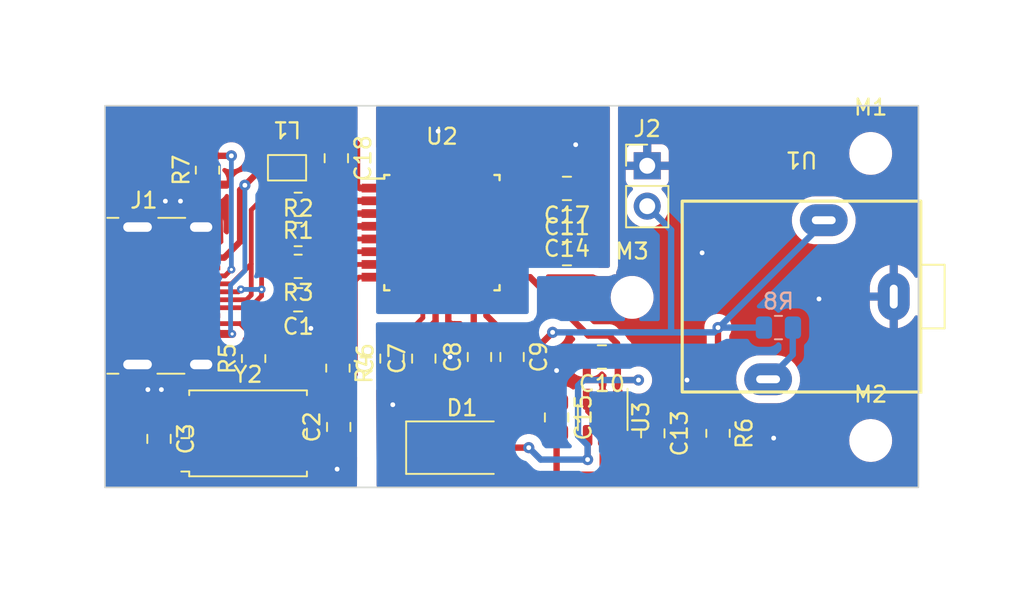
<source format=kicad_pcb>
(kicad_pcb (version 20241229) (generator "pcbnew") (generator_version "9.0")
  (layers (0 "F.Cu" signal) (2 "B.Cu" signal) (13 "F.Paste" user) (15 "B.Paste" user) (5 "F.SilkS" user "F.Silkscreen") (7 "B.SilkS" user "B.Silkscreen") (1 "F.Mask" user) (3 "B.Mask" user) (25 "Edge.Cuts" user))
  (net 0 "")
  (net 1 "Net-(U2-VDD)")
  (net 2 "GND")
  (net 3 "Net-(U2-XTI)")
  (net 4 "/XTO")
  (net 5 "Net-(U2-VCOM1)")
  (net 6 "Net-(U2-VCOM2)")
  (net 7 "Net-(U2-VCCA)")
  (net 8 "Net-(D1-A)")
  (net 9 "Net-(U2-VCCL)")
  (net 10 "Net-(U3-CAP-)")
  (net 11 "Net-(U3-CAP+)")
  (net 12 "Net-(U2-VCCR)")
  (net 13 "Net-(U2-MAMP)")
  (net 14 "Net-(U2-VBUS)")
  (net 15 "CAPOUT")
  (net 16 "VIN")
  (net 17 "Net-(U2-D-)")
  (net 18 "Net-(U2-D+)")
  (net 19 "GNDA")
  (net 26 "Net-(R8-Pad1)")
  (net 28 "GNDD")
  (net 29 "GND1")
  (net 30 "Net-(J1-VBUS-PadA4)")
  (net 31 "Net-(J1-D--PadA7)")
  (net 34 "Net-(J1-CC1)")
  (net 35 "Net-(J1-CC2)")
  (net 36 "/USBC_D+")
  (net 37 "Net-(U2-VIN)")
  (footprint "zvukovka_2:TQFP-32_7x7mm_P0.8mm_netTie" (layer "F.Cu") (at 118.54 88.78)
    (property "Reference" "U2" (at 0 -6.05 0) (layer "F.SilkS"))
    (property "Value" "PCM2912APJTR")
    (fp_poly (pts (xy -2.86 -2.92) (xy 2.88 -2.92) (xy 2.88 2.88) (xy -2.86 2.88)) (fill yes) (layer "F.Cu"))
    (fp_line (start -3.625 -3.625) (end -3.625 -3.4) (stroke (width 0.15)) (layer "F.SilkS"))
    (fp_line (start -3.625 -3.625) (end -3.3 -3.625) (stroke (width 0.15)) (layer "F.SilkS"))
    (fp_line (start -3.625 -3.4) (end -5.05 -3.4) (stroke (width 0.15)) (layer "F.SilkS"))
    (fp_line (start -3.625 3.625) (end -3.625 3.3) (stroke (width 0.15)) (layer "F.SilkS"))
    (fp_line (start -3.625 3.625) (end -3.3 3.625) (stroke (width 0.15)) (layer "F.SilkS"))
    (fp_line (start 3.625 -3.625) (end 3.3 -3.625) (stroke (width 0.15)) (layer "F.SilkS"))
    (fp_line (start 3.625 -3.625) (end 3.625 -3.3) (stroke (width 0.15)) (layer "F.SilkS"))
    (fp_line (start 3.625 3.625) (end 3.3 3.625) (stroke (width 0.15)) (layer "F.SilkS"))
    (fp_line (start 3.625 3.625) (end 3.625 3.3) (stroke (width 0.15)) (layer "F.SilkS"))
    (pad "1" smd rect (at -4.25 -2.8) (size 1.6 0.55) (layers "F.Cu" "F.Mask" "F.Paste") (net 29 "GND1"))
    (pad "1" smd rect (at -2.61 -2.67) (size 0.5 0.5) (layers "F.Cu") (net 29 "GND1"))
    (pad "2" smd rect (at -4.25 -2) (size 1.6 0.55) (layers "F.Cu" "F.Mask" "F.Paste") (net 14 "Net-(U2-VBUS)"))
    (pad "3" smd rect (at -4.25 -1.2) (size 1.6 0.55) (layers "F.Cu" "F.Mask" "F.Paste") (net 17 "Net-(U2-D-)"))
    (pad "4" smd rect (at -4.25 -0.4) (size 1.6 0.55) (layers "F.Cu" "F.Mask" "F.Paste") (net 18 "Net-(U2-D+)"))
    (pad "5" smd rect (at -4.25 0.4) (size 1.6 0.55) (layers "F.Cu" "F.Mask" "F.Paste") (net 1 "Net-(U2-VDD)"))
    (pad "6" smd rect (at -4.25 1.2) (size 1.6 0.55) (layers "F.Cu" "F.Mask" "F.Paste") (net 28 "GNDD"))
    (pad "6" smd rect (at -2.61 1.2) (size 0.5 0.5) (layers "F.Cu") (net 28 "GNDD"))
    (pad "7" smd rect (at -4.25 2) (size 1.6 0.55) (layers "F.Cu" "F.Mask" "F.Paste") (net 4 "/XTO"))
    (pad "8" smd rect (at -4.25 2.8) (size 1.6 0.55) (layers "F.Cu" "F.Mask" "F.Paste") (net 3 "Net-(U2-XTI)"))
    (pad "9" smd rect (at -2.8 4.25 90) (size 1.6 0.55) (layers "F.Cu" "F.Mask" "F.Paste"))
    (pad "10" smd rect (at -2 4.25 90) (size 1.6 0.55) (layers "F.Cu" "F.Mask" "F.Paste"))
    (pad "11" smd rect (at -1.2 4.25 90) (size 1.6 0.55) (layers "F.Cu" "F.Mask" "F.Paste") (net 5 "Net-(U2-VCOM1)"))
    (pad "12" smd rect (at -0.4 4.25 90) (size 1.6 0.55) (layers "F.Cu" "F.Mask" "F.Paste") (net 6 "Net-(U2-VCOM2)"))
    (pad "13" smd rect (at 0.4 2.63) (size 0.5 0.5) (layers "F.Cu") (net 19 "GNDA"))
    (pad "13" smd rect (at 0.4 4.25 90) (size 1.6 0.55) (layers "F.Cu" "F.Mask" "F.Paste") (net 19 "GNDA"))
    (pad "14" smd rect (at 1.2 4.25 90) (size 1.6 0.55) (layers "F.Cu" "F.Mask" "F.Paste"))
    (pad "15" smd rect (at 2 4.25 90) (size 1.6 0.55) (layers "F.Cu" "F.Mask" "F.Paste") (net 7 "Net-(U2-VCCA)"))
    (pad "16" smd rect (at 2.8 4.25 90) (size 1.6 0.55) (layers "F.Cu" "F.Mask" "F.Paste") (net 37 "Net-(U2-VIN)"))
    (pad "17" smd rect (at 4.25 2.8) (size 1.6 0.55) (layers "F.Cu" "F.Mask" "F.Paste") (net 8 "Net-(D1-A)"))
    (pad "18" smd rect (at 4.25 2) (size 1.6 0.55) (layers "F.Cu" "F.Mask" "F.Paste"))
    (pad "19" smd rect (at 4.25 1.2) (size 1.6 0.55) (layers "F.Cu" "F.Mask" "F.Paste") (net 9 "Net-(U2-VCCL)"))
    (pad "20" smd rect (at -1.2 -2.67) (size 0.5 0.5) (layers "F.Cu") (net 2 "GND"))
    (pad "20" smd rect (at 0.41 -2.67) (size 0.5 0.5) (layers "F.Cu") (net 2 "GND"))
    (pad "20" smd rect (at 2.63 -2.67) (size 0.5 0.5) (layers "F.Cu") (net 2 "GND"))
    (pad "20" smd rect (at 2.64 0.39) (size 0.5 0.5) (layers "F.Cu") (net 2 "GND"))
    (pad "20" smd rect (at 4.25 0.4) (size 1.6 0.55) (layers "F.Cu" "F.Mask" "F.Paste") (net 2 "GND"))
    (pad "21" smd rect (at 4.25 -0.4) (size 1.6 0.55) (layers "F.Cu" "F.Mask" "F.Paste") (net 12 "Net-(U2-VCCR)"))
    (pad "22" smd rect (at 4.25 -1.2) (size 1.6 0.55) (layers "F.Cu" "F.Mask" "F.Paste"))
    (pad "23" smd rect (at 4.25 -2) (size 1.6 0.55) (layers "F.Cu" "F.Mask" "F.Paste") (net 13 "Net-(U2-MAMP)"))
    (pad "24" smd rect (at 4.25 -2.8) (size 1.6 0.55) (layers "F.Cu" "F.Mask" "F.Paste") (net 2 "GND"))
    (pad "25" smd rect (at 2.8 -4.25 90) (size 1.6 0.55) (layers "F.Cu" "F.Mask" "F.Paste") (net 2 "GND"))
    (pad "26" smd rect (at 2 -4.25 90) (size 1.6 0.55) (layers "F.Cu" "F.Mask" "F.Paste") (net 13 "Net-(U2-MAMP)"))
    (pad "27" smd rect (at 1.2 -4.25 90) (size 1.6 0.55) (layers "F.Cu" "F.Mask" "F.Paste") (net 13 "Net-(U2-MAMP)"))
    (pad "28" smd rect (at 0.4 -4.25 90) (size 1.6 0.55) (layers "F.Cu" "F.Mask" "F.Paste") (net 2 "GND"))
    (pad "29" smd rect (at -0.4 -4.25 90) (size 1.6 0.55) (layers "F.Cu" "F.Mask" "F.Paste"))
    (pad "30" smd rect (at -1.2 -4.25 90) (size 1.6 0.55) (layers "F.Cu" "F.Mask" "F.Paste") (net 2 "GND"))
    (pad "31" smd rect (at -2 -4.25 90) (size 1.6 0.55) (layers "F.Cu" "F.Mask" "F.Paste"))
    (pad "32" smd rect (at -2.8 -4.25 90) (size 1.6 0.55) (layers "F.Cu" "F.Mask" "F.Paste"))
  )
  (footprint "Package_TO_SOT_SMD:SOT-23-6" (layer "F.Cu") (at 128.65 100.4 -90)
    (property "Reference" "U3" (at 0 -2.4 90) (layer "F.SilkS"))
    (property "Value" "LM2766")
    (fp_line (start 0 1.56) (end -0.8 1.56) (stroke (width 0.12)) (layer "F.SilkS"))
    (fp_line (start 0 1.56) (end 0.8 1.56) (stroke (width 0.12)) (layer "F.SilkS"))
    (fp_line (start 0 -1.56) (end -1.8 -1.56) (stroke (width 0.12)) (layer "F.SilkS"))
    (fp_line (start 0 -1.56) (end 0.8 -1.56) (stroke (width 0.12)) (layer "F.SilkS"))
    (pad "1" smd roundrect (at -1.1375 -0.95 270) (size 1.325 0.6) (layers "F.Cu" "F.Mask" "F.Paste") (net 8 "Net-(D1-A)"))
    (pad "2" smd roundrect (at -1.1375 0 270) (size 1.325 0.6) (layers "F.Cu" "F.Mask" "F.Paste") (net 19 "GNDA"))
    (pad "3" smd roundrect (at -1.1375 0.95 270) (size 1.325 0.6) (layers "F.Cu" "F.Mask" "F.Paste") (net 10 "Net-(U3-CAP-)"))
    (pad "4" smd roundrect (at 1.1375 0.95 270) (size 1.325 0.6) (layers "F.Cu" "F.Mask" "F.Paste") (net 8 "Net-(D1-A)"))
    (pad "5" smd roundrect (at 1.1375 0 270) (size 1.325 0.6) (layers "F.Cu" "F.Mask" "F.Paste") (net 15 "CAPOUT"))
    (pad "6" smd roundrect (at 1.1375 -0.95 270) (size 1.325 0.6) (layers "F.Cu" "F.Mask" "F.Paste") (net 11 "Net-(U3-CAP+)"))
  )
  (footprint "kikit:Tab" (layer "F.Cu") (at 113.8 105.05 90)
    (property "Reference" "REF**" (hide yes))
    (property "Value" "Tab")
  )
  (footprint "Connector_PinHeader_2.54mm:PinHeader_1x02_P2.54mm_Vertical" (layer "F.Cu") (at 131.45 84.575)
    (property "Reference" "J2" (at 0 -2.33 0) (layer "F.SilkS"))
    (property "Value" "Conn_01x02_Pin")
    (fp_line (start -1.33 -1.33) (end 0 -1.33) (stroke (width 0.12)) (layer "F.SilkS"))
    (fp_line (start -1.33 0) (end -1.33 -1.33) (stroke (width 0.12)) (layer "F.SilkS"))
    (fp_line (start -1.33 1.27) (end -1.33 3.87) (stroke (width 0.12)) (layer "F.SilkS"))
    (fp_line (start -1.33 1.27) (end 1.33 1.27) (stroke (width 0.12)) (layer "F.SilkS"))
    (fp_line (start -1.33 3.87) (end 1.33 3.87) (stroke (width 0.12)) (layer "F.SilkS"))
    (fp_line (start 1.33 1.27) (end 1.33 3.87) (stroke (width 0.12)) (layer "F.SilkS"))
    (pad "1" thru_hole rect (at 0 0) (size 1.7 1.7) (drill 1) (layers "*.Cu" "*.Mask") (net 19 "GNDA"))
    (pad "2" thru_hole oval (at 0 2.54) (size 1.7 1.7) (drill 1) (layers "*.Cu" "*.Mask") (net 16 "VIN"))
  )
  (footprint "Capacitor_SMD:C_0805_2012Metric" (layer "F.Cu") (at 131.8 101.4 -90)
    (property "Reference" "C13" (at 0 -1.68 90) (layer "F.SilkS"))
    (property "Value" "3.3u")
    (fp_line (start -0.261252 0.735) (end 0.261252 0.735) (stroke (width 0.12)) (layer "F.SilkS"))
    (fp_line (start -0.261252 -0.735) (end 0.261252 -0.735) (stroke (width 0.12)) (layer "F.SilkS"))
    (pad "1" smd roundrect (at -0.95 0 270) (size 1 1.45) (layers "F.Cu" "F.Mask" "F.Paste") (net 10 "Net-(U3-CAP-)"))
    (pad "2" smd roundrect (at 0.95 0 270) (size 1 1.45) (layers "F.Cu" "F.Mask" "F.Paste") (net 11 "Net-(U3-CAP+)"))
  )
  (footprint "Capacitor_SMD:C_0805_2012Metric" (layer "F.Cu") (at 109.5 93 180)
    (property "Reference" "C1" (at 0 -1.68 0) (layer "F.SilkS"))
    (property "Value" "1u")
    (fp_line (start -0.261252 0.735) (end 0.261252 0.735) (stroke (width 0.12)) (layer "F.SilkS"))
    (fp_line (start -0.261252 -0.735) (end 0.261252 -0.735) (stroke (width 0.12)) (layer "F.SilkS"))
    (pad "1" smd roundrect (at -0.95 0 180) (size 1 1.45) (layers "F.Cu" "F.Mask" "F.Paste") (net 1 "Net-(U2-VDD)"))
    (pad "2" smd roundrect (at 0.95 0 180) (size 1 1.45) (layers "F.Cu" "F.Mask" "F.Paste") (net 28 "GNDD"))
  )
  (footprint "MountingHole:MountingHole_2.2mm_M2_DIN965" (layer "F.Cu") (at 130.5 92.85)
    (property "Reference" "M3" (at 0 -2.9 0) (layer "F.SilkS"))
    (property "Value" "MountingHole_2.2mm_M2_DIN965" (hide yes))
    (pad "" np_thru_hole circle (at 0 0) (size 2.2 2.2) (drill 2.2) (layers "*.Cu" "*.Mask"))
  )
  (footprint "Diode_SMD:D_SMA" (layer "F.Cu") (at 119.8 102.3)
    (property "Reference" "D1" (at 0 -2.5 0) (layer "F.SilkS"))
    (property "Value" "D_Schottky")
    (fp_line (start -3.51 -1.65) (end -3.51 1.65) (stroke (width 0.12)) (layer "F.SilkS"))
    (fp_line (start -3.51 -1.65) (end 2 -1.65) (stroke (width 0.12)) (layer "F.SilkS"))
    (fp_line (start -3.51 1.65) (end 2 1.65) (stroke (width 0.12)) (layer "F.SilkS"))
    (pad "1" smd roundrect (at -2 0) (size 2.5 1.8) (layers "F.Cu" "F.Mask" "F.Paste") (roundrect_rratio 0.1388888889) (net 15 "CAPOUT"))
    (pad "2" smd roundrect (at 2 0) (size 2.5 1.8) (layers "F.Cu" "F.Mask" "F.Paste") (roundrect_rratio 0.1388888889) (net 8 "Net-(D1-A)"))
  )
  (footprint "Resistor_SMD:R_0805_2012Metric" (layer "F.Cu") (at 103.8 84.85 90)
    (property "Reference" "R7" (at 0 -1.65 90) (layer "F.SilkS"))
    (property "Value" "5k1")
    (fp_line (start -0.227064 -0.735) (end 0.227064 -0.735) (stroke (width 0.12)) (layer "F.SilkS"))
    (fp_line (start -0.227064 0.735) (end 0.227064 0.735) (stroke (width 0.12)) (layer "F.SilkS"))
    (pad "1" smd roundrect (at -0.9125 0 90) (size 1.025 1.4) (layers "F.Cu" "F.Mask" "F.Paste") (roundrect_rratio 0.243902439) (net 28 "GNDD"))
    (pad "2" smd roundrect (at 0.9125 0 90) (size 1.025 1.4) (layers "F.Cu" "F.Mask" "F.Paste") (roundrect_rratio 0.243902439) (net 34 "Net-(J1-CC1)"))
  )
  (footprint "Capacitor_SMD:C_0805_2012Metric" (layer "F.Cu") (at 112.05 101 90)
    (property "Reference" "C2" (at 0 -1.68 90) (layer "F.SilkS"))
    (property "Value" "22p")
    (fp_line (start -0.261252 -0.735) (end 0.261252 -0.735) (stroke (width 0.12)) (layer "F.SilkS"))
    (fp_line (start -0.261252 0.735) (end 0.261252 0.735) (stroke (width 0.12)) (layer "F.SilkS"))
    (pad "1" smd roundrect (at -0.95 0 90) (size 1 1.45) (layers "F.Cu" "F.Mask" "F.Paste") (net 28 "GNDD"))
    (pad "2" smd roundrect (at 0.95 0 90) (size 1 1.45) (layers "F.Cu" "F.Mask" "F.Paste") (net 3 "Net-(U2-XTI)"))
  )
  (footprint "kikit:Tab" (layer "F.Cu") (at 148.75 102.05 180)
    (property "Reference" "REF**" (hide yes))
    (property "Value" "Tab")
  )
  (footprint "Resistor_SMD:R_0805_2012Metric" (layer "F.Cu") (at 109.5 90.9 180)
    (property "Reference" "R3" (at 0 -1.65 0) (layer "F.SilkS"))
    (property "Value" "1.5k")
    (fp_line (start -0.227064 0.735) (end 0.227064 0.735) (stroke (width 0.12)) (layer "F.SilkS"))
    (fp_line (start -0.227064 -0.735) (end 0.227064 -0.735) (stroke (width 0.12)) (layer "F.SilkS"))
    (pad "1" smd roundrect (at -0.9125 0 180) (size 1.025 1.4) (layers "F.Cu" "F.Mask" "F.Paste") (roundrect_rratio 0.243902439) (net 1 "Net-(U2-VDD)"))
    (pad "2" smd roundrect (at 0.9125 0 180) (size 1.025 1.4) (layers "F.Cu" "F.Mask" "F.Paste") (roundrect_rratio 0.243902439) (net 36 "/USBC_D+"))
  )
  (footprint "Capacitor_SMD:C_0805_2012Metric" (layer "F.Cu") (at 126.4 86 180)
    (property "Reference" "C17" (at 0 -1.68 0) (layer "F.SilkS"))
    (property "Value" "1u")
    (fp_line (start -0.261252 0.735) (end 0.261252 0.735) (stroke (width 0.12)) (layer "F.SilkS"))
    (fp_line (start -0.261252 -0.735) (end 0.261252 -0.735) (stroke (width 0.12)) (layer "F.SilkS"))
    (pad "1" smd roundrect (at -0.95 0 180) (size 1 1.45) (layers "F.Cu" "F.Mask" "F.Paste") (net 2 "GND"))
    (pad "2" smd roundrect (at 0.95 0 180) (size 1 1.45) (layers "F.Cu" "F.Mask" "F.Paste") (net 13 "Net-(U2-MAMP)"))
  )
  (footprint "Capacitor_SMD:C_0805_2012Metric" (layer "F.Cu") (at 120.9 96.6 90)
    (property "Reference" "C8" (at 0 -1.68 90) (layer "F.SilkS"))
    (property "Value" "1u")
    (fp_line (start -0.261252 -0.735) (end 0.261252 -0.735) (stroke (width 0.12)) (layer "F.SilkS"))
    (fp_line (start -0.261252 0.735) (end 0.261252 0.735) (stroke (width 0.12)) (layer "F.SilkS"))
    (pad "1" smd roundrect (at -0.95 0 90) (size 1 1.45) (layers "F.Cu" "F.Mask" "F.Paste") (net 19 "GNDA"))
    (pad "2" smd roundrect (at 0.95 0 90) (size 1 1.45) (layers "F.Cu" "F.Mask" "F.Paste") (net 7 "Net-(U2-VCCA)"))
  )
  (footprint "kikit:Tab" (layer "F.Cu") (at 97.1 83.7)
    (property "Reference" "REF**" (hide yes))
    (property "Value" "Tab")
  )
  (footprint "Resistor_SMD:R_0805_2012Metric" (layer "F.Cu") (at 109.5 88.9)
    (property "Reference" "R2" (at 0 -1.65 0) (layer "F.SilkS"))
    (property "Value" "33")
    (fp_line (start -0.227064 -0.735) (end 0.227064 -0.735) (stroke (width 0.12)) (layer "F.SilkS"))
    (fp_line (start -0.227064 0.735) (end 0.227064 0.735) (stroke (width 0.12)) (layer "F.SilkS"))
    (pad "1" smd roundrect (at -0.9125 0) (size 1.025 1.4) (layers "F.Cu" "F.Mask" "F.Paste") (roundrect_rratio 0.243902439) (net 36 "/USBC_D+"))
    (pad "2" smd roundrect (at 0.9125 0) (size 1.025 1.4) (layers "F.Cu" "F.Mask" "F.Paste") (roundrect_rratio 0.243902439) (net 18 "Net-(U2-D+)"))
  )
  (footprint "Capacitor_SMD:C_0805_2012Metric" (layer "F.Cu") (at 126.4 88.1 180)
    (property "Reference" "C14" (at 0 -1.68 0) (layer "F.SilkS"))
    (property "Value" "1u")
    (fp_line (start -0.261252 0.735) (end 0.261252 0.735) (stroke (width 0.12)) (layer "F.SilkS"))
    (fp_line (start -0.261252 -0.735) (end 0.261252 -0.735) (stroke (width 0.12)) (layer "F.SilkS"))
    (pad "1" smd roundrect (at -0.95 0 180) (size 1 1.45) (layers "F.Cu" "F.Mask" "F.Paste") (net 2 "GND"))
    (pad "2" smd roundrect (at 0.95 0 180) (size 1 1.45) (layers "F.Cu" "F.Mask" "F.Paste") (net 12 "Net-(U2-VCCR)"))
  )
  (footprint "Capacitor_SMD:C_0805_2012Metric" (layer "F.Cu") (at 115.4 96.7 90)
    (property "Reference" "C6" (at 0 -1.68 90) (layer "F.SilkS"))
    (property "Value" "3.3u")
    (fp_line (start -0.261252 -0.735) (end 0.261252 -0.735) (stroke (width 0.12)) (layer "F.SilkS"))
    (fp_line (start -0.261252 0.735) (end 0.261252 0.735) (stroke (width 0.12)) (layer "F.SilkS"))
    (pad "1" smd roundrect (at -0.95 0 90) (size 1 1.45) (layers "F.Cu" "F.Mask" "F.Paste") (net 19 "GNDA"))
    (pad "2" smd roundrect (at 0.95 0 90) (size 1 1.45) (layers "F.Cu" "F.Mask" "F.Paste") (net 5 "Net-(U2-VCOM1)"))
  )
  (footprint "Resistor_SMD:R_0805_2012Metric" (layer "F.Cu") (at 112 97.3 -90)
    (property "Reference" "R4" (at 0 -1.65 90) (layer "F.SilkS"))
    (property "Value" "1M")
    (fp_line (start -0.227064 0.735) (end 0.227064 0.735) (stroke (width 0.12)) (layer "F.SilkS"))
    (fp_line (start -0.227064 -0.735) (end 0.227064 -0.735) (stroke (width 0.12)) (layer "F.SilkS"))
    (pad "1" smd roundrect (at -0.9125 0 270) (size 1.025 1.4) (layers "F.Cu" "F.Mask" "F.Paste") (roundrect_rratio 0.243902439) (net 4 "/XTO"))
    (pad "2" smd roundrect (at 0.9125 0 270) (size 1.025 1.4) (layers "F.Cu" "F.Mask" "F.Paste") (roundrect_rratio 0.243902439) (net 3 "Net-(U2-XTI)"))
  )
  (footprint "zvukovka:SRP2012TMA" (layer "F.Cu") (at 108.8 84.7 180)
    (property "Reference" "L1" (at 0 2.4 180) (layer "F.SilkS"))
    (property "Value" "1u")
    (fp_rect (start -1.2 -0.8) (end 1.2 0.8) (stroke (width 0.12)) (fill no) (layer "F.SilkS"))
    (pad "1" smd rect (at -0.8 0 180) (size 1 1.9) (layers "F.Cu" "F.Mask" "F.Paste") (net 14 "Net-(U2-VBUS)"))
    (pad "2" smd rect (at 0.8 0) (size 1 1.9) (layers "F.Cu" "F.Mask" "F.Paste") (net 30 "Net-(J1-VBUS-PadA4)"))
  )
  (footprint "Capacitor_SMD:C_0805_2012Metric" (layer "F.Cu") (at 122.95 96.6 -90)
    (property "Reference" "C9" (at 0 -1.68 90) (layer "F.SilkS"))
    (property "Value" "0.47u")
    (fp_line (start -0.261252 0.735) (end 0.261252 0.735) (stroke (width 0.12)) (layer "F.SilkS"))
    (fp_line (start -0.261252 -0.735) (end 0.261252 -0.735) (stroke (width 0.12)) (layer "F.SilkS"))
    (pad "1" smd roundrect (at -0.95 0 270) (size 1 1.45) (layers "F.Cu" "F.Mask" "F.Paste") (net 37 "Net-(U2-VIN)"))
    (pad "2" smd roundrect (at 0.95 0 270) (size 1 1.45) (layers "F.Cu" "F.Mask" "F.Paste") (net 16 "VIN"))
  )
  (footprint "Capacitor_SMD:C_0805_2012Metric" (layer "F.Cu") (at 126.4 90.1)
    (property "Reference" "C11" (at 0 -1.68 0) (layer "F.SilkS"))
    (property "Value" "1u")
    (fp_line (start -0.261252 -0.735) (end 0.261252 -0.735) (stroke (width 0.12)) (layer "F.SilkS"))
    (fp_line (start -0.261252 0.735) (end 0.261252 0.735) (stroke (width 0.12)) (layer "F.SilkS"))
    (pad "1" smd roundrect (at -0.95 0) (size 1 1.45) (layers "F.Cu" "F.Mask" "F.Paste") (net 9 "Net-(U2-VCCL)"))
    (pad "2" smd roundrect (at 0.95 0) (size 1 1.45) (layers "F.Cu" "F.Mask" "F.Paste") (net 2 "GND"))
  )
  (footprint "zvukovka_2:Conn_USB_C_Socket_Molex_2171790001" (layer "F.Cu") (at 104 92.75 -90)
    (property "Reference" "J1" (at -6 4.2 0) (layer "F.SilkS"))
    (property "Value" "USB_C_Receptacle_USB2.0")
    (fp_line (start -4.9 6.5) (end -4.9 5.8) (stroke (width 0.12)) (layer "F.SilkS"))
    (fp_line (start 4.9 6.5) (end 4.9 5.8) (stroke (width 0.12)) (layer "F.SilkS"))
    (fp_line (start 4.9 1.65) (end 4.9 3.35) (stroke (width 0.12)) (layer "F.SilkS"))
    (fp_line (start -4.9 1.6) (end -4.9 3.3) (stroke (width 0.12)) (layer "F.SilkS"))
    (pad "A1" smd rect (at -3.2 0 270) (size 0.6 1.2) (layers "F.Cu" "F.Mask" "F.Paste") (net 28 "GNDD"))
    (pad "A1" smd rect (at 3.2 0 270) (size 0.6 1.2) (layers "F.Cu" "F.Mask" "F.Paste") (net 28 "GNDD"))
    (pad "A4" smd rect (at -2.4 0 270) (size 0.6 1.2) (layers "F.Cu" "F.Mask" "F.Paste") (net 30 "Net-(J1-VBUS-PadA4)"))
    (pad "A4" smd rect (at 2.4 0 270) (size 0.6 1.2) (layers "F.Cu" "F.Mask" "F.Paste") (net 30 "Net-(J1-VBUS-PadA4)"))
    (pad "A5" smd rect (at -1.25 0 270) (size 0.3 1.2) (layers "F.Cu" "F.Mask" "F.Paste") (net 34 "Net-(J1-CC1)"))
    (pad "A6" smd rect (at -0.25 0 270) (size 0.3 1.2) (layers "F.Cu" "F.Mask" "F.Paste") (net 36 "/USBC_D+"))
    (pad "A7" smd rect (at 0.25 0 270) (size 0.3 1.2) (layers "F.Cu" "F.Mask" "F.Paste") (net 31 "Net-(J1-D--PadA7)"))
    (pad "A8" smd rect (at 1.25 0 270) (size 0.3 1.2) (layers "F.Cu" "F.Mask" "F.Paste"))
    (pad "B5" smd rect (at 1.75 0 270) (size 0.3 1.2) (layers "F.Cu" "F.Mask" "F.Paste") (net 35 "Net-(J1-CC2)"))
    (pad "B6" smd rect (at 0.75 0 270) (size 0.3 1.2) (layers "F.Cu" "F.Mask" "F.Paste") (net 36 "/USBC_D+"))
    (pad "B7" smd rect (at -0.75 0 270) (size 0.3 1.2) (layers "F.Cu" "F.Mask" "F.Paste") (net 31 "Net-(J1-D--PadA7)"))
    (pad "B8" smd rect (at -1.75 0 270) (size 0.3 1.2) (layers "F.Cu" "F.Mask" "F.Paste"))
    (pad "S1" thru_hole roundrect (at -4.32 0.6 270) (size 1 1.8) (drill oval 0.6 1.4) (layers "*.Cu" "*.Mask" "F.Paste") (net 28 "GNDD"))
    (pad "S1" thru_hole roundrect (at -4.32 4.6 270) (size 1 2.2) (drill oval 0.6 1.8) (layers "*.Cu" "*.Mask" "F.Paste") (net 28 "GNDD"))
    (pad "S1" thru_hole roundrect (at 4.32 0.6 270) (size 1 1.8) (drill oval 0.6 1.4) (layers "*.Cu" "*.Mask" "F.Paste") (net 28 "GNDD"))
    (pad "S1" thru_hole roundrect (at 4.32 4.6 270) (size 1 2.2) (drill oval 0.6 1.8) (layers "*.Cu" "*.Mask" "F.Paste") (net 28 "GNDD"))
  )
  (footprint "Capacitor_SMD:C_0805_2012Metric" (layer "F.Cu") (at 125.75 100.4 -90)
    (property "Reference" "C15" (at 0 -1.68 90) (layer "F.SilkS"))
    (property "Value" "3.3u")
    (fp_line (start -0.261252 0.735) (end 0.261252 0.735) (stroke (width 0.12)) (layer "F.SilkS"))
    (fp_line (start -0.261252 -0.735) (end 0.261252 -0.735) (stroke (width 0.12)) (layer "F.SilkS"))
    (pad "1" smd roundrect (at -0.95 0 270) (size 1 1.45) (layers "F.Cu" "F.Mask" "F.Paste") (net 19 "GNDA"))
    (pad "2" smd roundrect (at 0.95 0 270) (size 1 1.45) (layers "F.Cu" "F.Mask" "F.Paste") (net 15 "CAPOUT"))
  )
  (footprint "kikit:Tab" (layer "F.Cu") (at 139.45 80.5 -90)
    (property "Reference" "REF**" (hide yes))
    (property "Value" "Tab")
  )
  (footprint "Capacitor_SMD:C_0805_2012Metric" (layer "F.Cu") (at 128.6 96.6 180)
    (property "Reference" "C10" (at 0 -1.68 0) (layer "F.SilkS"))
    (property "Value" "3.3u")
    (fp_line (start -0.261252 0.735) (end 0.261252 0.735) (stroke (width 0.12)) (layer "F.SilkS"))
    (fp_line (start -0.261252 -0.735) (end 0.261252 -0.735) (stroke (width 0.12)) (layer "F.SilkS"))
    (pad "1" smd roundrect (at -0.95 0 180) (size 1 1.45) (layers "F.Cu" "F.Mask" "F.Paste") (net 8 "Net-(D1-A)"))
    (pad "2" smd roundrect (at 0.95 0 180) (size 1 1.45) (layers "F.Cu" "F.Mask" "F.Paste") (net 19 "GNDA"))
  )
  (footprint "Crystal:Crystal_SMD_7050-4Pin_7.0x5.0mm" (layer "F.Cu") (at 106.35 101.4)
    (property "Reference" "Y2" (at 0 -3.7 0) (layer "F.SilkS"))
    (property "Value" "Crystal_GND24")
    (fp_line (start -4.2 0.3) (end -3.7 0.3) (stroke (width 0.12)) (layer "F.SilkS"))
    (fp_line (start -4.2 2.4) (end -3.7 2.4) (stroke (width 0.12)) (layer "F.SilkS"))
    (fp_line (start -3.7 -2.7) (end 3.7 -2.7) (stroke (width 0.12)) (layer "F.SilkS"))
    (fp_line (start -3.7 -2.4) (end -3.7 -2.7) (stroke (width 0.12)) (layer "F.SilkS"))
    (fp_line (start -3.7 0.3) (end -3.7 -0.3) (stroke (width 0.12)) (layer "F.SilkS"))
    (fp_line (start -3.7 2.4) (end -3.7 2.7) (stroke (width 0.12)) (layer "F.SilkS"))
    (fp_line (start -3.7 2.7) (end 3.7 2.7) (stroke (width 0.12)) (layer "F.SilkS"))
    (fp_line (start 3.7 -2.7) (end 3.7 -2.4) (stroke (width 0.12)) (layer "F.SilkS"))
    (fp_line (start 3.7 -0.3) (end 3.7 0.3) (stroke (width 0.12)) (layer "F.SilkS"))
    (fp_line (start 3.7 2.7) (end 3.7 2.4) (stroke (width 0.12)) (layer "F.SilkS"))
    (pad "1" smd rect (at -2.95 1.35) (size 2.1 1.7) (layers "F.Cu" "F.Mask" "F.Paste") (net 4 "/XTO"))
    (pad "2" smd rect (at 2.95 1.35) (size 2.1 1.7) (layers "F.Cu" "F.Mask" "F.Paste") (net 28 "GNDD"))
    (pad "3" smd rect (at 2.95 -1.35) (size 2.1 1.7) (layers "F.Cu" "F.Mask" "F.Paste") (net 3 "Net-(U2-XTI)"))
    (pad "4" smd rect (at -2.95 -1.35) (size 2.1 1.7) (layers "F.Cu" "F.Mask" "F.Paste") (net 28 "GNDD"))
  )
  (footprint "MountingHole:MountingHole_2.2mm_M2_DIN965" (layer "F.Cu") (at 145.5 83.8)
    (property "Reference" "M1" (at 0 -2.9 0) (layer "F.SilkS"))
    (property "Value" "MountingHole_2.2mm_M2_DIN965" (hide yes))
    (pad "" np_thru_hole circle (at 0 0) (size 2.2 2.2) (drill 2.2) (layers "*.Cu" "*.Mask"))
  )
  (footprint "kikit:Tab" (layer "F.Cu") (at 139.5 105.1 90)
    (property "Reference" "REF**" (hide yes))
    (property "Value" "Tab")
  )
  (footprint "MountingHole:MountingHole_2.2mm_M2_DIN965" (layer "F.Cu") (at 145.5 101.85)
    (property "Reference" "M2" (at 0 -2.9 0) (layer "F.SilkS"))
    (property "Value" "MountingHole_2.2mm_M2_DIN965" (hide yes))
    (pad "" np_thru_hole circle (at 0 0) (size 2.2 2.2) (drill 2.2) (layers "*.Cu" "*.Mask"))
  )
  (footprint "kikit:Tab" (layer "F.Cu") (at 113.75 80.5 -90)
    (property "Reference" "REF**" (hide yes))
    (property "Value" "Tab")
  )
  (footprint "Capacitor_SMD:C_0805_2012Metric" (layer "F.Cu") (at 117.4 96.7 90)
    (property "Reference" "C7" (at 0 -1.68 90) (layer "F.SilkS"))
    (property "Value" "100n")
    (fp_line (start -0.261252 -0.735) (end 0.261252 -0.735) (stroke (width 0.12)) (layer "F.SilkS"))
    (fp_line (start -0.261252 0.735) (end 0.261252 0.735) (stroke (width 0.12)) (layer "F.SilkS"))
    (pad "1" smd roundrect (at -0.95 0 90) (size 1 1.45) (layers "F.Cu" "F.Mask" "F.Paste") (net 19 "GNDA"))
    (pad "2" smd roundrect (at 0.95 0 90) (size 1 1.45) (layers "F.Cu" "F.Mask" "F.Paste") (net 6 "Net-(U2-VCOM2)"))
  )
  (footprint "Capacitor_SMD:C_0805_2012Metric" (layer "F.Cu") (at 100.75 101.75 -90)
    (property "Reference" "C3" (at 0 -1.68 90) (layer "F.SilkS"))
    (property "Value" "22p")
    (fp_line (start -0.261252 0.735) (end 0.261252 0.735) (stroke (width 0.12)) (layer "F.SilkS"))
    (fp_line (start -0.261252 -0.735) (end 0.261252 -0.735) (stroke (width 0.12)) (layer "F.SilkS"))
    (pad "1" smd roundrect (at -0.95 0 270) (size 1 1.45) (layers "F.Cu" "F.Mask" "F.Paste") (net 28 "GNDD"))
    (pad "2" smd roundrect (at 0.95 0 270) (size 1 1.45) (layers "F.Cu" "F.Mask" "F.Paste") (net 4 "/XTO"))
  )
  (footprint "kikit:Tab" (layer "F.Cu") (at 97.1 102.05)
    (property "Reference" "REF**" (hide yes))
    (property "Value" "Tab")
  )
  (footprint "Resistor_SMD:R_0805_2012Metric" (layer "F.Cu") (at 106.7 96.7 90)
    (property "Reference" "R5" (at 0 -1.65 90) (layer "F.SilkS"))
    (property "Value" "5k1")
    (fp_line (start -0.227064 -0.735) (end 0.227064 -0.735) (stroke (width 0.12)) (layer "F.SilkS"))
    (fp_line (start -0.227064 0.735) (end 0.227064 0.735) (stroke (width 0.12)) (layer "F.SilkS"))
    (pad "1" smd roundrect (at -0.9125 0 90) (size 1.025 1.4) (layers "F.Cu" "F.Mask" "F.Paste") (roundrect_rratio 0.243902439) (net 28 "GNDD"))
    (pad "2" smd roundrect (at 0.9125 0 90) (size 1.025 1.4) (layers "F.Cu" "F.Mask" "F.Paste") (roundrect_rratio 0.243902439) (net 35 "Net-(J1-CC2)"))
  )
  (footprint "Resistor_SMD:R_0805_2012Metric" (layer "F.Cu") (at 109.5 87 180)
    (property "Reference" "R1" (at 0 -1.65 0) (layer "F.SilkS"))
    (property "Value" "33")
    (fp_line (start -0.227064 0.735) (end 0.227064 0.735) (stroke (width 0.12)) (layer "F.SilkS"))
    (fp_line (start -0.227064 -0.735) (end 0.227064 -0.735) (stroke (width 0.12)) (layer "F.SilkS"))
    (pad "1" smd roundrect (at -0.9125 0 180) (size 1.025 1.4) (layers "F.Cu" "F.Mask" "F.Paste") (roundrect_rratio 0.243902439) (net 17 "Net-(U2-D-)"))
    (pad "2" smd roundrect (at 0.9125 0 180) (size 1.025 1.4) (layers "F.Cu" "F.Mask" "F.Paste") (roundrect_rratio 0.243902439) (net 31 "Net-(J1-D--PadA7)"))
  )
  (footprint "zvukovka_2:K3612A" (layer "F.Cu") (at 141.15 92.8 180)
    (property "Reference" "U1" (at 0 8.6 180) (layer "F.SilkS"))
    (property "Value" "AudioJackShare" (hide yes))
    (fp_line (start -7.5 -2) (end -9 -2) (stroke (width 0.12)) (layer "F.SilkS"))
    (fp_line (start -9 2) (end -7.6 2) (stroke (width 0.12)) (layer "F.SilkS"))
    (fp_line (start -9 -2) (end -9 2) (stroke (width 0.12)) (layer "F.SilkS"))
    (fp_rect (start -7.5 -6) (end 7.5 6) (stroke (width 0.2)) (fill no) (layer "F.SilkS"))
    (pad "1" thru_hole oval (at -5.8 0 180) (size 2 3) (drill oval 0.5 1.5) (layers "*.Cu" "*.Mask") (net 19 "GNDA"))
    (pad "2" thru_hole oval (at -1.4 4.8 270) (size 2 3) (drill oval 0.5 1.5) (layers "*.Cu" "*.Mask") (net 16 "VIN"))
    (pad "3" thru_hole oval (at 2.1 -5.2 270) (size 2 3) (drill oval 0.5 1.5) (layers "*.Cu" "*.Mask") (net 26 "Net-(R8-Pad1)"))
  )
  (footprint "kikit:Tab" (layer "F.Cu") (at 148.8 83.7 180)
    (property "Reference" "REF**" (hide yes))
    (property "Value" "Tab")
  )
  (footprint "Capacitor_SMD:C_0805_2012Metric" (layer "F.Cu") (at 111.9 84.1 -90)
    (property "Reference" "C18" (at 0 -1.68 90) (layer "F.SilkS"))
    (property "Value" "1u")
    (fp_line (start -0.261252 0.735) (end 0.261252 0.735) (stroke (width 0.12)) (layer "F.SilkS"))
    (fp_line (start -0.261252 -0.735) (end 0.261252 -0.735) (stroke (width 0.12)) (layer "F.SilkS"))
    (pad "1" smd roundrect (at -0.95 0 270) (size 1 1.45) (layers "F.Cu" "F.Mask" "F.Paste") (net 29 "GND1"))
    (pad "2" smd roundrect (at 0.95 0 270) (size 1 1.45) (layers "F.Cu" "F.Mask" "F.Paste") (net 14 "Net-(U2-VBUS)"))
  )
  (footprint "Resistor_SMD:R_0805_2012Metric" (layer "F.Cu") (at 135.9 101.4 -90)
    (property "Reference" "R6" (at 0 -1.65 90) (layer "F.SilkS"))
    (property "Value" "5k")
    (fp_line (start -0.227064 0.735) (end 0.227064 0.735) (stroke (width 0.12)) (layer "F.SilkS"))
    (fp_line (start -0.227064 -0.735) (end 0.227064 -0.735) (stroke (width 0.12)) (layer "F.SilkS"))
    (pad "1" smd roundrect (at -0.9125 0 270) (size 1.025 1.4) (layers "F.Cu" "F.Mask" "F.Paste") (roundrect_rratio 0.243902439) (net 16 "VIN"))
    (pad "2" smd roundrect (at 0.9125 0 270) (size 1.025 1.4) (layers "F.Cu" "F.Mask" "F.Paste") (roundrect_rratio 0.243902439) (net 15 "CAPOUT"))
  )
  (footprint "Resistor_SMD:R_0805_2012Metric" (layer "B.Cu") (at 139.7 94.75 180)
    (property "Reference" "R8" (at 0 1.65 0) (layer "B.SilkS") (effects (justify mirror)))
    (property "Value" "R")
    (fp_line (start -0.227064 0.735) (end 0.227064 0.735) (stroke (width 0.12)) (layer "B.SilkS"))
    (fp_line (start -0.227064 -0.735) (end 0.227064 -0.735) (stroke (width 0.12)) (layer "B.SilkS"))
    (pad "1" smd roundrect (at -0.9125 0 180) (size 1.025 1.4) (layers "B.Cu" "B.Mask" "B.Paste") (roundrect_rratio 0.243902) (net 26 "Net-(R8-Pad1)"))
    (pad "2" smd roundrect (at 0.9125 0 180) (size 1.025 1.4) (layers "B.Cu" "B.Mask" "B.Paste") (roundrect_rratio 0.243902) (net 16 "VIN"))
  )
  (gr_rect (start 97.35 80.8) (end 148.5 104.8) (stroke (width 0.1)) (fill no) (layer "Edge.Cuts"))
  (segment (start 110.45 90.9375) (end 110.4125 90.9) (width 0.3) (layer "F.Cu") (net 1))
  (segment (start 112.62 89.18) (end 114.29 89.18) (width 0.3) (layer "F.Cu") (net 1))
  (segment (start 110.45 93) (end 110.45 90.9375) (width 0.3) (layer "F.Cu") (net 1))
  (segment (start 110.4125 90.9) (end 110.9 90.9) (width 0.3) (layer "F.Cu") (net 1))
  (segment (start 110.9 90.9) (end 112.62 89.18) (width 0.3) (layer "F.Cu") (net 1))
  (segment (start 121.19 89.18) (end 121.18 89.17) (width 0.3) (layer "F.Cu") (net 2))
  (segment (start 118.95 86.11) (end 118.95 84.54) (width 0.3) (layer "F.Cu") (net 2))
  (segment (start 118.94 84.53) (end 118.94 83.04) (width 0.4) (layer "F.Cu") (net 2))
  (segment (start 121.17 86.11) (end 121.17 85.78) (width 0.3) (layer "F.Cu") (net 2))
  (segment (start 121.17 85.78) (end 121.34 85.61) (width 0.3) (layer "F.Cu") (net 2))
  (segment (start 118.95 84.54) (end 118.94 84.53) (width 0.3) (layer "F.Cu") (net 2))
  (segment (start 122.79 85.98) (end 121.82 85.98) (width 0.3) (layer "F.Cu") (net 2))
  (segment (start 121.69 86.11) (end 121.17 86.11) (width 0.3) (layer "F.Cu") (net 2))
  (segment (start 122.79 89.18) (end 121.19 89.18) (width 0.3) (layer "F.Cu") (net 2))
  (segment (start 118.94 83.04) (end 118.3 82.4) (width 0.4) (layer "F.Cu") (net 2))
  (segment (start 117.34 82.31) (end 117.35 82.3) (width 0.3) (layer "F.Cu") (net 2))
  (segment (start 117.34 86.11) (end 117.34 84.53) (width 0.3) (layer "F.Cu") (net 2))
  (segment (start 117.34 84.53) (end 117.34 82.31) (width 0.3) (layer "F.Cu") (net 2))
  (segment (start 121.82 85.98) (end 121.69 86.11) (width 0.3) (layer "F.Cu") (net 2))
  (segment (start 121.34 85.61) (end 121.34 84.53) (width 0.3) (layer "F.Cu") (net 2))
  (via (at 126.95 83.25) (size 0.7) (drill 0.3) (layers "F.Cu" "B.Cu") (net 2))
  (via (at 118.3 82.4) (size 0.7) (drill 0.3) (layers "F.Cu" "B.Cu") (net 2))
  (segment (start 112.5875 98.2125) (end 113.1 97.7) (width 0.3) (layer "F.Cu") (net 3))
  (segment (start 113.1 91.8) (end 113.32 91.58) (width 0.3) (layer "F.Cu") (net 3))
  (segment (start 113.32 91.58) (end 114.29 91.58) (width 0.3) (layer "F.Cu") (net 3))
  (segment (start 112 98.2125) (end 112.5875 98.2125) (width 0.3) (layer "F.Cu") (net 3))
  (segment (start 109.3 100.05) (end 112.05 100.05) (width 0.4) (layer "F.Cu") (net 3))
  (segment (start 113.1 97.7) (end 113.1 91.8) (width 0.3) (layer "F.Cu") (net 3))
  (segment (start 112.05 100.05) (end 112.05 98.2625) (width 0.4) (layer "F.Cu") (net 3))
  (segment (start 112.05 98.2625) (end 112 98.2125) (width 0.4) (layer "F.Cu") (net 3))
  (segment (start 106.8 99.85) (end 110.25 96.4) (width 0.4) (layer "F.Cu") (net 4))
  (segment (start 114.29 90.78) (end 113.19 90.78) (width 0.3) (layer "F.Cu") (net 4))
  (segment (start 112.1 96.2875) (end 112 96.3875) (width 0.3) (layer "F.Cu") (net 4))
  (segment (start 103.4 102.75) (end 100.8 102.75) (width 0.4) (layer "F.Cu") (net 4))
  (segment (start 111.9875 96.4) (end 112 96.3875) (width 0.4) (layer "F.Cu") (net 4))
  (segment (start 106 102.75) (end 106.8 101.95) (width 0.4) (layer "F.Cu") (net 4))
  (segment (start 100.8 102.75) (end 100.75 102.7) (width 0.4) (layer "F.Cu") (net 4))
  (segment (start 112.1 91.87) (end 112.1 96.2875) (width 0.3) (layer "F.Cu") (net 4))
  (segment (start 106.8 101.95) (end 106.8 99.85) (width 0.4) (layer "F.Cu") (net 4))
  (segment (start 113.19 90.78) (end 112.1 91.87) (width 0.3) (layer "F.Cu") (net 4))
  (segment (start 110.25 96.4) (end 111.9875 96.4) (width 0.4) (layer "F.Cu") (net 4))
  (segment (start 103.4 102.75) (end 106 102.75) (width 0.4) (layer "F.Cu") (net 4))
  (segment (start 115.4 95.75) (end 115.4 95.1) (width 0.3) (layer "F.Cu") (net 5))
  (segment (start 115.65 95.75) (end 115.4 95.75) (width 0.4) (layer "F.Cu") (net 5))
  (segment (start 117.34 94.13) (end 117.34 93.03) (width 0.3) (layer "F.Cu") (net 5))
  (segment (start 115.4 95.1) (end 115.45 95.05) (width 0.3) (layer "F.Cu") (net 5))
  (segment (start 116.42 95.05) (end 117.34 94.13) (width 0.3) (layer "F.Cu") (net 5))
  (segment (start 115.45 95.05) (end 116.42 95.05) (width 0.3) (layer "F.Cu") (net 5))
  (segment (start 118.14 94.36) (end 118.14 93.03) (width 0.4) (layer "F.Cu") (net 6))
  (segment (start 117.4 95.1) (end 118.14 94.36) (width 0.4) (layer "F.Cu") (net 6))
  (segment (start 117.4 95.75) (end 117.4 95.1) (width 0.4) (layer "F.Cu") (net 6))
  (segment (start 120.9 94.9) (end 120.54 94.54) (width 0.4) (layer "F.Cu") (net 7))
  (segment (start 120.54 94.54) (end 120.54 93.03) (width 0.4) (layer "F.Cu") (net 7))
  (segment (start 120.9 95.65) (end 120.9 94.9) (width 0.4) (layer "F.Cu") (net 7))
  (segment (start 127.75 95.25) (end 129.05 95.25) (width 0.4) (layer "F.Cu") (net 8))
  (segment (start 129.6 98.05) (end 129.6 96.65) (width 0.4) (layer "F.Cu") (net 8))
  (segment (start 129.6 96.65) (end 129.55 96.6) (width 0.4) (layer "F.Cu") (net 8))
  (segment (start 129.55 95.75) (end 129.55 96.6) (width 0.4) (layer "F.Cu") (net 8))
  (segment (start 127.7 103.05) (end 127.7 101.5375) (width 0.4) (layer "F.Cu") (net 8))
  (segment (start 130.9 98.05) (end 129.6 98.05) (width 0.4) (layer "F.Cu") (net 8))
  (segment (start 124.08 91.58) (end 127.75 95.25) (width 0.4) (layer "F.Cu") (net 8))
  (segment (start 129.6 99.2625) (end 129.6 98.05) (width 0.4) (layer "F.Cu") (net 8))
  (segment (start 124 102.3) (end 121.8 102.3) (width 0.4) (layer "F.Cu") (net 8))
  (segment (start 122.79 91.58) (end 124.08 91.58) (width 0.4) (layer "F.Cu") (net 8))
  (segment (start 129.05 95.25) (end 129.55 95.75) (width 0.4) (layer "F.Cu") (net 8))
  (via (at 124 102.3) (size 0.7) (drill 0.3) (layers "F.Cu" "B.Cu") (net 8))
  (via (at 127.7 103.05) (size 0.7) (drill 0.3) (layers "F.Cu" "B.Cu") (net 8))
  (via (at 130.9 98.05) (size 0.7) (drill 0.3) (layers "F.Cu" "B.Cu") (net 8))
  (segment (start 127.7 102.15) (end 127.7 103.05) (width 0.4) (layer "B.Cu") (net 8))
  (segment (start 130.9 98.05) (end 127.45 98.05) (width 0.4) (layer "B.Cu") (net 8))
  (segment (start 127.1 98.4) (end 127.1 101.55) (width 0.4) (layer "B.Cu") (net 8))
  (segment (start 127.1 101.55) (end 127.7 102.15) (width 0.4) (layer "B.Cu") (net 8))
  (segment (start 124.75 103.05) (end 127.7 103.05) (width 0.4) (layer "B.Cu") (net 8))
  (segment (start 127.45 98.05) (end 127.1 98.4) (width 0.4) (layer "B.Cu") (net 8))
  (segment (start 124 102.3) (end 124.75 103.05) (width 0.4) (layer "B.Cu") (net 8))
  (segment (start 124.4 90.1) (end 124.28 89.98) (width 0.4) (layer "F.Cu") (net 9))
  (segment (start 124.28 89.98) (end 122.79 89.98) (width 0.4) (layer "F.Cu") (net 9))
  (segment (start 125.45 90.1) (end 124.4 90.1) (width 0.4) (layer "F.Cu") (net 9))
  (segment (start 127.7 99.2625) (end 127.7 100.02) (width 0.3) (layer "F.Cu") (net 10))
  (segment (start 127.7 100.02) (end 128.105 100.425) (width 0.3) (layer "F.Cu") (net 10))
  (segment (start 131.775 100.425) (end 131.8 100.45) (width 0.3) (layer "F.Cu") (net 10))
  (segment (start 128.105 100.425) (end 131.775 100.425) (width 0.3) (layer "F.Cu") (net 10))
  (segment (start 131.8 103.2) (end 131.8 102.35) (width 0.4) (layer "F.Cu") (net 11))
  (segment (start 131.7 103.3) (end 131.8 103.2) (width 0.4) (layer "F.Cu") (net 11))
  (segment (start 129.8 103.3) (end 131.7 103.3) (width 0.4) (layer "F.Cu") (net 11))
  (segment (start 129.6 103.1) (end 129.8 103.3) (width 0.4) (layer "F.Cu") (net 11))
  (segment (start 129.6 101.5375) (end 129.6 103.1) (width 0.4) (layer "F.Cu") (net 11))
  (segment (start 124.7 88.1) (end 125.45 88.1) (width 0.4) (layer "F.Cu") (net 12))
  (segment (start 124.42 88.38) (end 124.7 88.1) (width 0.4) (layer "F.Cu") (net 12))
  (segment (start 122.79 88.38) (end 124.42 88.38) (width 0.4) (layer "F.Cu") (net 12))
  (segment (start 123.78 86.78) (end 124.58 85.98) (width 0.4) (layer "F.Cu") (net 13))
  (segment (start 120.54 83.16) (end 120.55 83.15) (width 0.4) (layer "F.Cu") (net 13))
  (segment (start 122.79 86.78) (end 123.78 86.78) (width 0.4) (layer "F.Cu") (net 13))
  (segment (start 120.54 84.53) (end 120.54 83.16) (width 0.4) (layer "F.Cu") (net 13))
  (segment (start 120.55 83.15) (end 124.2 83.15) (width 0.4) (layer "F.Cu") (net 13))
  (segment (start 119.8 83.15) (end 120.55 83.15) (width 0.4) (layer "F.Cu") (net 13))
  (segment (start 124.2 85.6) (end 124.58 85.98) (width 0.4) (layer "F.Cu") (net 13))
  (segment (start 119.74 83.21) (end 119.8 83.15) (width 0.4) (layer "F.Cu") (net 13))
  (segment (start 124.2 83.15) (end 124.2 85.6) (width 0.4) (layer "F.Cu") (net 13))
  (segment (start 124.58 85.98) (end 125.43 85.98) (width 0.4) (layer "F.Cu") (net 13))
  (segment (start 125.43 85.98) (end 125.45 86) (width 0.3) (layer "F.Cu") (net 13))
  (segment (start 119.74 84.53) (end 119.74 83.21) (width 0.4) (layer "F.Cu") (net 13))
  (segment (start 111.85 85.1) (end 111.9 85.05) (width 0.3) (layer "F.Cu") (net 14))
  (segment (start 110 85.1) (end 111.85 85.1) (width 0.4) (layer "F.Cu") (net 14))
  (segment (start 111.9 86.1) (end 111.9 85.05) (width 0.4) (layer "F.Cu") (net 14))
  (segment (start 114.29 86.78) (end 112.58 86.78) (width 0.4) (layer "F.Cu") (net 14))
  (segment (start 109.6 84.7) (end 110 85.1) (width 0.3) (layer "F.Cu") (net 14))
  (segment (start 112.58 86.78) (end 111.9 86.1) (width 0.4) (layer "F.Cu") (net 14))
  (segment (start 132.75 104) (end 134.4375 102.3125) (width 0.4) (layer "F.Cu") (net 15))
  (segment (start 125.8 104) (end 128.65 104) (width 0.4) (layer "F.Cu") (net 15))
  (segment (start 125.8 104) (end 118.15 104) (width 0.4) (layer "F.Cu") (net 15))
  (segment (start 125.75 101.35) (end 125.75 103.95) (width 0.4) (layer "F.Cu") (net 15))
  (segment (start 118.15 104) (end 117.8 103.65) (width 0.4) (layer "F.Cu") (net 15))
  (segment (start 117.8 103.65) (end 117.8 102.3) (width 0.4) (layer "F.Cu") (net 15))
  (segment (start 125.75 103.95) (end 125.8 104) (width 0.4) (layer "F.Cu") (net 15))
  (segment (start 128.65 101.5375) (end 128.65 104) (width 0.4) (layer "F.Cu") (net 15))
  (segment (start 128.65 104) (end 132.75 104) (width 0.4) (layer "F.Cu") (net 15))
  (segment (start 134.4375 102.3125) (end 135.9 102.3125) (width 0.4) (layer "F.Cu") (net 15))
  (segment (start 124 97.55) (end 124.05 97.5) (width 0.4) (layer "F.Cu") (net 16))
  (segment (start 124.05 96.5) (end 125.5 95.05) (width 0.4) (layer "F.Cu") (net 16))
  (segment (start 122.95 97.55) (end 124 97.55) (width 0.4) (layer "F.Cu") (net 16))
  (segment (start 135.9 100.4875) (end 135.9 94.8) (width 0.4) (layer "F.Cu") (net 16))
  (segment (start 124.05 97.5) (end 124.05 96.5) (width 0.4) (layer "F.Cu") (net 16))
  (via (at 125.5 95.05) (size 0.7) (drill 0.3) (layers "F.Cu" "B.Cu") (net 16))
  (via (at 135.9 94.75) (size 0.7) (drill 0.3) (layers "F.Cu" "B.Cu") (net 16))
  (segment (start 135.65 95.05) (end 135.9 94.8) (width 0.4) (layer "B.Cu") (net 16))
  (segment (start 135.9 94.75) (end 135.95 94.75) (width 0.4) (layer "B.Cu") (net 16))
  (segment (start 132.95 88.615) (end 132.95 95.05) (width 0.4) (layer "B.Cu") (net 16))
  (segment (start 131.45 87.115) (end 132.95 88.615) (width 0.4) (layer "B.Cu") (net 16))
  (segment (start 135.9 94.8) (end 135.9 94.75) (width 0.4) (layer "B.Cu") (net 16))
  (segment (start 138.7875 94.75) (end 135.9 94.75) (width 0.4) (layer "B.Cu") (net 16))
  (segment (start 125.5 95.05) (end 132.95 95.05) (width 0.4) (layer "B.Cu") (net 16))
  (segment (start 132.95 95.05) (end 135.65 95.05) (width 0.4) (layer "B.Cu") (net 16))
  (segment (start 135.95 94.75) (end 142.55 88.15) (width 0.4) (layer "B.Cu") (net 16))
  (segment (start 110.4125 87) (end 111.4 87) (width 0.4) (layer "F.Cu") (net 17))
  (segment (start 111.4 87) (end 111.98 87.58) (width 0.4) (layer "F.Cu") (net 17))
  (segment (start 111.98 87.58) (end 114.29 87.58) (width 0.4) (layer "F.Cu") (net 17))
  (segment (start 111.5 88.9) (end 112.02 88.38) (width 0.4) (layer "F.Cu") (net 18))
  (segment (start 110.4125 88.9) (end 111.5 88.9) (width 0.4) (layer "F.Cu") (net 18))
  (segment (start 112.02 88.38) (end 114.29 88.38) (width 0.4) (layer "F.Cu") (net 18))
  (segment (start 128.65 98.05) (end 126.55 98.05) (width 0.4) (layer "F.Cu") (net 19))
  (segment (start 119.05 96.6) (end 119.5 97.05) (width 0.4) (layer "F.Cu") (net 19))
  (segment (start 118.94 93.03) (end 118.94 91.41) (width 0.3) (layer "F.Cu") (net 19))
  (segment (start 118.94 93.03) (end 118.94 96.49) (width 0.4) (layer "F.Cu") (net 19))
  (segment (start 119.5 97.4) (end 119.65 97.55) (width 0.4) (layer "F.Cu") (net 19))
  (segment (start 119.65 97.55) (end 120.9 97.55) (width 0.4) (layer "F.Cu") (net 19))
  (segment (start 118.94 96.49) (end 119.05 96.6) (width 0.4) (layer "F.Cu") (net 19))
  (segment (start 119.5 97.05) (end 119.5 97.4) (width 0.4) (layer "F.Cu") (net 19))
  (segment (start 128.65 99.2625) (end 128.65 98.05) (width 0.4) (layer "F.Cu") (net 19))
  (via (at 134.9 90.05) (size 0.7) (drill 0.3) (layers "F.Cu" "B.Cu") (net 19))
  (via (at 119.05 96.6) (size 0.7) (drill 0.3) (layers "F.Cu" "B.Cu") (net 19))
  (via (at 115.45 99.6) (size 0.7) (drill 0.3) (layers "F.Cu" "B.Cu") (net 19))
  (via (at 133.95 98.05) (size 0.7) (drill 0.3) (layers "F.Cu" "B.Cu") (net 19))
  (via (at 139.4 101.7) (size 0.7) (drill 0.3) (layers "F.Cu" "B.Cu") (net 19))
  (via (at 142.25 92.95) (size 0.7) (drill 0.3) (layers "F.Cu" "B.Cu") (net 19))
  (via (at 125.75 97.45) (size 0.7) (drill 0.3) (layers "F.Cu" "B.Cu") (net 19))
  (segment (start 139.05 98) (end 140.6 96.45) (width 0.4) (layer "B.Cu") (net 26))
  (segment (start 140.6 94.7625) (end 140.6125 94.75) (width 0.4) (layer "B.Cu") (net 26))
  (segment (start 140.6 96.45) (end 140.6 94.7625) (width 0.4) (layer "B.Cu") (net 26))
  (segment (start 114.29 89.98) (end 112.92 89.98) (width 0.3) (layer "F.Cu") (net 28))
  (segment (start 110.45 102.75) (end 111.35 103.65) (width 0.3) (layer "F.Cu") (net 28))
  (segment (start 109.3 102.75) (end 110.45 102.75) (width 0.3) (layer "F.Cu") (net 28))
  (segment (start 115.93 89.98) (end 114.29 89.98) (width 0.3) (layer "F.Cu") (net 28))
  (segment (start 107.4875 97.6125) (end 110.3 94.8) (width 0.3) (layer "F.Cu") (net 28))
  (segment (start 111.55 93.55) (end 110.3 94.8) (width 0.3) (layer "F.Cu") (net 28))
  (segment (start 101.75 89.55) (end 101.7 89.6) (width 0.4) (layer "F.Cu") (net 28))
  (segment (start 104.55 95.95) (end 105.35 96.75) (width 0.4) (layer "F.Cu") (net 28))
  (segment (start 104 89.55) (end 101.75 89.55) (width 0.4) (layer "F.Cu") (net 28))
  (segment (start 111.35 103.65) (end 111.95 103.65) (width 0.3) (layer "F.Cu") (net 28))
  (segment (start 106.3375 97.5) (end 106.45 97.6125) (width 0.4) (layer "F.Cu") (net 28))
  (segment (start 112.92 89.98) (end 111.55 91.35) (width 0.3) (layer "F.Cu") (net 28))
  (segment (start 111.55 91.35) (end 111.55 93.55) (width 0.3) (layer "F.Cu") (net 28))
  (segment (start 105.35 97.5) (end 106.3375 97.5) (width 0.4) (layer "F.Cu") (net 28))
  (segment (start 106.7 97.6125) (end 107.4875 97.6125) (width 0.3) (layer "F.Cu") (net 28))
  (segment (start 105.35 96.75) (end 105.35 97.5) (width 0.4) (layer "F.Cu") (net 28))
  (segment (start 104 95.95) (end 104.55 95.95) (width 0.4) (layer "F.Cu") (net 28))
  (segment (start 104 95.95) (end 101.75 95.95) (width 0.4) (layer "F.Cu") (net 28))
  (via (at 111.95 103.65) (size 0.7) (drill 0.3) (layers "F.Cu" "B.Cu") (net 28))
  (via (at 110.3 94.8) (size 0.7) (drill 0.3) (layers "F.Cu" "B.Cu") (net 28))
  (via (at 101.15 86.8) (size 0.7) (drill 0.3) (layers "F.Cu" "B.Cu") (net 28))
  (via (at 100.05 98.65) (size 0.7) (drill 0.3) (layers "F.Cu" "B.Cu") (net 28))
  (via (at 102.1 86.8) (size 0.7) (drill 0.3) (layers "F.Cu" "B.Cu") (net 28))
  (via (at 100.9 98.65) (size 0.7) (drill 0.3) (layers "F.Cu" "B.Cu") (net 28))
  (segment (start 115.51 86.11) (end 115.38 85.98) (width 0.3) (layer "F.Cu") (net 29))
  (segment (start 113.15 83.15) (end 111.9 83.15) (width 0.4) (layer "F.Cu") (net 29))
  (segment (start 115.38 85.98) (end 114.29 85.98) (width 0.3) (layer "F.Cu") (net 29))
  (segment (start 113.38 85.98) (end 113.2 85.8) (width 0.4) (layer "F.Cu") (net 29))
  (segment (start 115.93 86.11) (end 115.51 86.11) (width 0.3) (layer "F.Cu") (net 29))
  (segment (start 114.29 85.98) (end 113.38 85.98) (width 0.4) (layer "F.Cu") (net 29))
  (segment (start 113.2 83.2) (end 113.15 83.15) (width 0.4) (layer "F.Cu") (net 29))
  (segment (start 113.2 85.8) (end 113.2 83.2) (width 0.4) (layer "F.Cu") (net 29))
  (segment (start 105.85 89.35) (end 105.85 86.1) (width 0.4) (layer "F.Cu") (net 30))
  (segment (start 106.15 85.8) (end 107.25 84.7) (width 0.4) (layer "F.Cu") (net 30))
  (segment (start 105.35 95.15) (end 104 95.15) (width 0.5) (layer "F.Cu") (net 30))
  (segment (start 105.85 86.1) (end 106.15 85.8) (width 0.4) (layer "F.Cu") (net 30))
  (segment (start 107.25 84.7) (end 108 84.7) (width 0.4) (layer "F.Cu") (net 30))
  (segment (start 104.85 90.35) (end 104 90.35) (width 0.4) (layer "F.Cu") (net 30))
  (segment (start 104.85 90.35) (end 105.85 89.35) (width 0.4) (layer "F.Cu") (net 30))
  (via (at 106.15 85.8) (size 0.7) (drill 0.3) (layers "F.Cu" "B.Cu") (net 30))
  (via (at 105.35 95.15) (size 0.5) (drill 0.2) (layers "F.Cu" "B.Cu") (net 30))
  (segment (start 105.35 95.15) (end 105.25 95.05) (width 0.3) (layer "B.Cu") (net 30))
  (segment (start 106.15 91.180761) (end 106.15 85.8) (width 0.3) (layer "B.Cu") (net 30))
  (segment (start 105.35 95.15) (end 105.3 95.1) (width 0.4) (layer "B.Cu") (net 30))
  (segment (start 105.25 92.080761) (end 106.15 91.180761) (width 0.3) (layer "B.Cu") (net 30))
  (segment (start 105.25 95.05) (end 105.25 92.080761) (width 0.3) (layer "B.Cu") (net 30))
  (segment (start 106.55 90.75) (end 106.55 87.35) (width 0.3) (layer "F.Cu") (net 31))
  (segment (start 104 92) (end 105.3 92) (width 0.3) (layer "F.Cu") (net 31))
  (segment (start 106.55 87.35) (end 106.9 87) (width 0.3) (layer "F.Cu") (net 31))
  (segment (start 104 93) (end 106.25 93) (width 0.3) (layer "F.Cu") (net 31))
  (segment (start 106.9 87) (end 108.5875 87) (width 0.3) (layer "F.Cu") (net 31))
  (segment (start 106.55 92.7) (end 106.55 90.75) (width 0.3) (layer "F.Cu") (net 31))
  (segment (start 105.3 92) (end 106.55 90.75) (width 0.3) (layer "F.Cu") (net 31))
  (segment (start 106.25 93) (end 106.55 92.7) (width 0.3) (layer "F.Cu") (net 31))
  (segment (start 105.3 83.95) (end 103.8125 83.95) (width 0.4) (layer "F.Cu") (net 34))
  (segment (start 103.8125 83.95) (end 103.8 83.9375) (width 0.4) (layer "F.Cu") (net 34))
  (segment (start 105.3 91.1) (end 104.9 91.5) (width 0.3) (layer "F.Cu") (net 34))
  (segment (start 104.9 91.5) (end 104 91.5) (width 0.3) (layer "F.Cu") (net 34))
  (via (at 105.3 83.95) (size 0.7) (drill 0.3) (layers "F.Cu" "B.Cu") (net 34))
  (via (at 105.3 91.1) (size 0.5) (drill 0.2) (layers "F.Cu" "B.Cu") (net 34))
  (segment (start 105.3 91.1) (end 105.3 83.95) (width 0.3) (layer "B.Cu") (net 34))
  (segment (start 105.85 94.5) (end 106.45 95.1) (width 0.3) (layer "F.Cu") (net 35))
  (segment (start 104 94.5) (end 105.85 94.5) (width 0.3) (layer "F.Cu") (net 35))
  (segment (start 106.45 95.1) (end 106.45 95.7875) (width 0.3) (layer "F.Cu") (net 35))
  (segment (start 108.5875 90.9) (end 108.5875 88.9) (width 0.3) (layer "F.Cu") (net 36))
  (segment (start 105.75 92.5) (end 105.9 92.35) (width 0.3) (layer "F.Cu") (net 36))
  (segment (start 106.457106 93.5) (end 107.2 92.757106) (width 0.3) (layer "F.Cu") (net 36))
  (segment (start 104 93.5) (end 106.457106 93.5) (width 0.3) (layer "F.Cu") (net 36))
  (segment (start 107.2 89.3) (end 107.6 88.9) (width 0.3) (layer "F.Cu") (net 36))
  (segment (start 107.6 88.9) (end 108.0875 88.9) (width 0.3) (layer "F.Cu") (net 36))
  (segment (start 107.2 92.757106) (end 107.2 89.3) (width 0.3) (layer "F.Cu") (net 36))
  (segment (start 104 92.5) (end 105.75 92.5) (width 0.3) (layer "F.Cu") (net 36))
  (via (at 105.9 92.35) (size 0.5) (drill 0.2) (layers "F.Cu" "B.Cu") (net 36))
  (via (at 107.2 92.35) (size 0.5) (drill 0.2) (layers "F.Cu" "B.Cu") (net 36))
  (segment (start 105.9 92.35) (end 107.2 92.35) (width 0.3) (layer "B.Cu") (net 36))
  (segment (start 122.95 95) (end 122.95 95.65) (width 0.4) (layer "F.Cu") (net 37))
  (segment (start 122.1 94.75) (end 122.7 94.75) (width 0.4) (layer "F.Cu") (net 37))
  (segment (start 121.34 93.99) (end 122.1 94.75) (width 0.4) (layer "F.Cu") (net 37))
  (segment (start 121.34 93.03) (end 121.34 93.99) (width 0.4) (layer "F.Cu") (net 37))
  (segment (start 122.7 94.75) (end 122.95 95) (width 0.4) (layer "F.Cu") (net 37))
  (zone (net 0) (net_name "") (layer "F.Cu") (name "GNDA") (connect_pads (clearance 0)) (min_thickness 0.254)
    (keepout (tracks allowed) (vias allowed) (pads allowed) (copperpour not_allowed) (footprints allowed))
    (fill (thermal_gap 0.508) (thermal_bridge_width 0.508))
    (polygon (pts (xy 123.35 82.95) (xy 124.05 83.5) (xy 124.2 85.4) (xy 121.6 86.3) (xy 121.4 85.85) (xy 121.4 82.7)))
  )
  (zone (net 0) (net_name "") (layer "F.Cu") (connect_pads (clearance 0)) (min_thickness 0.25)
    (keepout (tracks allowed) (vias allowed) (pads allowed) (copperpour not_allowed) (footprints allowed))
    (fill (thermal_gap 0.5) (thermal_bridge_width 0.5))
    (polygon (pts (xy 114.35 83.5) (xy 123.85 83.45) (xy 124 93.9) (xy 114.4 93.9)))
  )
  (zone (net 19) (net_name "GNDA") (layers "F.Cu" "B.Cu") (name "GNDA") (priority 1) (connect_pads (clearance 0.508)) (min_thickness 0.254) (fill yes (thermal_gap 0.508) (thermal_bridge_width 0.508))
    (polygon (pts (xy 148.5 80.8) (xy 148.5 104.8) (xy 114.433833 104.8) (xy 114.383833 94.300052) (xy 124.3 94.3) (xy 124.3 91.4) (xy 129.5 91.4) (xy 129.5 80.8)))
  )
  (zone (net 2) (net_name "GND") (layers "F.Cu" "B.Cu") (name "GND") (priority 2) (connect_pads (clearance 0.508)) (min_thickness 0.254) (fill yes (thermal_gap 0.508) (thermal_bridge_width 0.508))
    (polygon (pts (xy 129.1 91) (xy 124 91) (xy 124 93.9) (xy 114.4 93.9) (xy 114.4 80.8) (xy 129.1 80.8)))
  )
  (zone (net 28) (net_name "GNDD") (layers "F.Cu" "B.Cu") (name "GNDD") (priority 1) (connect_pads (clearance 0.508)) (min_thickness 0.254) (fill yes (thermal_gap 0.508) (thermal_bridge_width 0.508))
    (polygon (pts (xy 110.3 80.75) (xy 110.45 80.75) (xy 113.237801 80.75) (xy 113.2 104.8) (xy 97.35 104.8) (xy 97.35 80.8)))
  )
  (zone (net 28) (net_name "GNDD") (layers "F.Cu" "B.Cu") (priority 1) (connect_pads yes (clearance 0.508)) (min_thickness 0.25) (fill yes (thermal_gap 0.5) (thermal_bridge_width 0.5))
    (polygon (pts (xy 97.6 95.5) (xy 105.05 95.6) (xy 105 98) (xy 97.6 99.25)))
  )
  (zone (net 28) (net_name "GNDD") (layers "F.Cu" "B.Cu") (priority 1) (connect_pads yes (clearance 0.508)) (min_thickness 0.25) (fill yes (thermal_gap 0.5) (thermal_bridge_width 0.5))
    (polygon (pts (xy 97.35 87.3) (xy 104.75 87.15) (xy 104.8 89.6) (xy 97.5 89.75)))
  )
)
</source>
